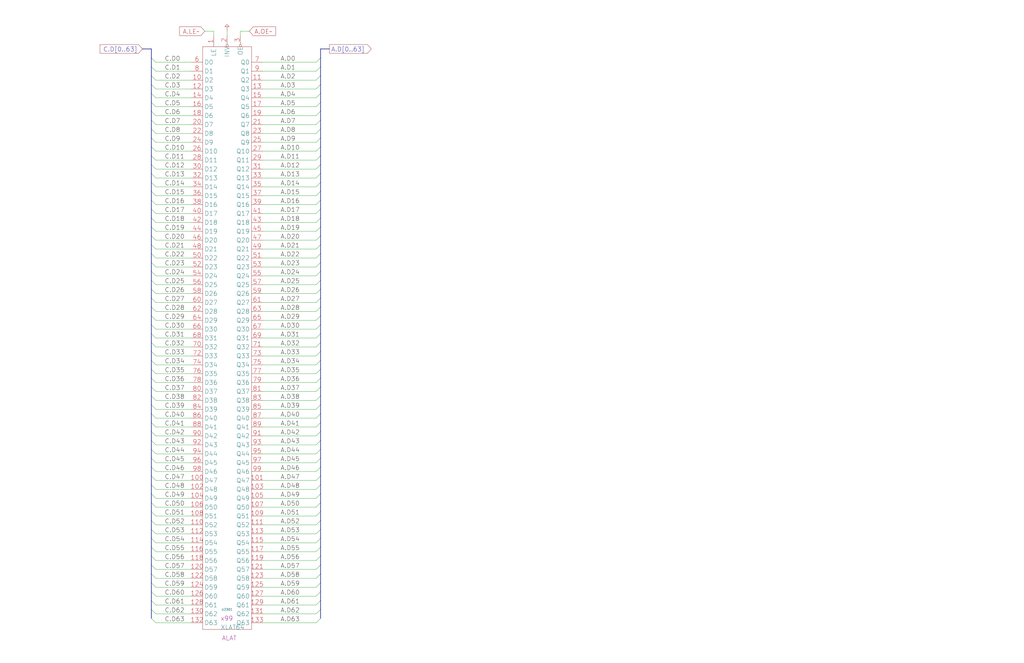
<source format=kicad_sch>
(kicad_sch (version 20211123) (generator eeschema)
  (paper "User" 584.2 378.46)
  (title_block (title "A LATCH") (date "15-MAR-90") (rev "1.0") (comment 1 "TYPE") (comment 2 "232-003062") (comment 3 "S400") (comment 4 "RELEASED"))
  (lib_symbols
    (symbol "r1000:PU" (power) (pin_numbers hide) (pin_names hide)
      (symbol "PU_0_1"
        (polyline (pts (xy 0 2.54) (xy -1.27 2.54) (xy 0 3.81) (xy 1.27 2.54) (xy 0 2.54)) (stroke (width 0.1524)))
      )
      (symbol "PU_1_1"
        (pin power_in line (at 0 0 90) (length 2.54) (name "PU") (number "1"))
      )
    )
    (symbol "r1000:XLAT64" (pin_names (offset 1.016))
      (property "Reference" "U" (at 2.54 5.08 0))
      (property "Value" "XLAT64" (at -1.27 -5.08 0))
      (property "Location" "___" (at -1.27 0 0))
      (property "Name" "______" (at 3.81 -12.7 0))
      (symbol "XLAT64_1_1"
        (rectangle (start -11.43 326.39) (end 16.51 -6.35))
        (circle (center 2.54 327.025) (radius 0.635))
        (circle (center 10.16 327.025) (radius 0.635))
        (pin input line (at -5.08 332.74 270) (length 6.35) (name "LE") (number "1"))
        (pin input line (at -17.78 307.34 0) (length 6.35) (name "D2") (number "10"))
        (pin input line (at -17.78 78.74 0) (length 6.35) (name "D47") (number "100"))
        (pin tri_state line (at 22.86 78.74 180) (length 6.35) (name "Q47") (number "101"))
        (pin input line (at -17.78 73.66 0) (length 6.35) (name "D48") (number "102"))
        (pin tri_state line (at 22.86 73.66 180) (length 6.35) (name "Q48") (number "103"))
        (pin input line (at -17.78 68.58 0) (length 6.35) (name "D49") (number "104"))
        (pin tri_state line (at 22.86 68.58 180) (length 6.35) (name "Q49") (number "105"))
        (pin input line (at -17.78 63.5 0) (length 6.35) (name "D50") (number "106"))
        (pin tri_state line (at 22.86 63.5 180) (length 6.35) (name "Q50") (number "107"))
        (pin input line (at -17.78 58.42 0) (length 6.35) (name "D51") (number "108"))
        (pin tri_state line (at 22.86 58.42 180) (length 6.35) (name "Q51") (number "109"))
        (pin tri_state line (at 22.86 307.34 180) (length 6.35) (name "Q2") (number "11"))
        (pin input line (at -17.78 53.34 0) (length 6.35) (name "D52") (number "110"))
        (pin tri_state line (at 22.86 53.34 180) (length 6.35) (name "Q52") (number "111"))
        (pin input line (at -17.78 48.26 0) (length 6.35) (name "D53") (number "112"))
        (pin tri_state line (at 22.86 48.26 180) (length 6.35) (name "Q53") (number "113"))
        (pin input line (at -17.78 43.18 0) (length 6.35) (name "D54") (number "114"))
        (pin tri_state line (at 22.86 43.18 180) (length 6.35) (name "Q54") (number "115"))
        (pin input line (at -17.78 38.1 0) (length 6.35) (name "D55") (number "116"))
        (pin tri_state line (at 22.86 38.1 180) (length 6.35) (name "Q55") (number "117"))
        (pin input line (at -17.78 33.02 0) (length 6.35) (name "D56") (number "118"))
        (pin tri_state line (at 22.86 33.02 180) (length 6.35) (name "Q56") (number "119"))
        (pin input line (at -17.78 302.26 0) (length 6.35) (name "D3") (number "12"))
        (pin input line (at -17.78 27.94 0) (length 6.35) (name "D57") (number "120"))
        (pin tri_state line (at 22.86 27.94 180) (length 6.35) (name "Q57") (number "121"))
        (pin input line (at -17.78 22.86 0) (length 6.35) (name "D58") (number "122"))
        (pin tri_state line (at 22.86 22.86 180) (length 6.35) (name "Q58") (number "123"))
        (pin input line (at -17.78 17.78 0) (length 6.35) (name "D59") (number "124"))
        (pin tri_state line (at 22.86 17.78 180) (length 6.35) (name "Q59") (number "125"))
        (pin input line (at -17.78 12.7 0) (length 6.35) (name "D60") (number "126"))
        (pin tri_state line (at 22.86 12.7 180) (length 6.35) (name "Q60") (number "127"))
        (pin input line (at -17.78 7.62 0) (length 6.35) (name "D61") (number "128"))
        (pin tri_state line (at 22.86 7.62 180) (length 6.35) (name "Q61") (number "129"))
        (pin tri_state line (at 22.86 302.26 180) (length 6.35) (name "Q3") (number "13"))
        (pin input line (at -17.78 2.54 0) (length 6.35) (name "D62") (number "130"))
        (pin tri_state line (at 22.86 2.54 180) (length 6.35) (name "Q62") (number "131"))
        (pin input line (at -17.78 -2.54 0) (length 6.35) (name "D63") (number "132"))
        (pin tri_state line (at 22.86 -2.54 180) (length 6.35) (name "Q63") (number "133"))
        (pin input line (at -17.78 297.18 0) (length 6.35) (name "D4") (number "14"))
        (pin tri_state line (at 22.86 297.18 180) (length 6.35) (name "Q4") (number "15"))
        (pin input line (at -17.78 292.1 0) (length 6.35) (name "D5") (number "16"))
        (pin tri_state line (at 22.86 292.1 180) (length 6.35) (name "Q5") (number "17"))
        (pin input line (at -17.78 287.02 0) (length 6.35) (name "D6") (number "18"))
        (pin tri_state line (at 22.86 287.02 180) (length 6.35) (name "Q6") (number "19"))
        (pin input line (at 2.54 332.74 270) (length 5.08) (name "INV") (number "2"))
        (pin input line (at -17.78 281.94 0) (length 6.35) (name "D7") (number "20"))
        (pin tri_state line (at 22.86 281.94 180) (length 6.35) (name "Q7") (number "21"))
        (pin input line (at -17.78 276.86 0) (length 6.35) (name "D8") (number "22"))
        (pin tri_state line (at 22.86 276.86 180) (length 6.35) (name "Q8") (number "23"))
        (pin input line (at -17.78 271.78 0) (length 6.35) (name "D9") (number "24"))
        (pin tri_state line (at 22.86 271.78 180) (length 6.35) (name "Q9") (number "25"))
        (pin input line (at -17.78 266.7 0) (length 6.35) (name "D10") (number "26"))
        (pin tri_state line (at 22.86 266.7 180) (length 6.35) (name "Q10") (number "27"))
        (pin input line (at -17.78 261.62 0) (length 6.35) (name "D11") (number "28"))
        (pin tri_state line (at 22.86 261.62 180) (length 6.35) (name "Q11") (number "29"))
        (pin input line (at 10.16 332.74 270) (length 5.08) (name "OE") (number "3"))
        (pin input line (at -17.78 256.54 0) (length 6.35) (name "D12") (number "30"))
        (pin tri_state line (at 22.86 256.54 180) (length 6.35) (name "Q12") (number "31"))
        (pin input line (at -17.78 251.46 0) (length 6.35) (name "D13") (number "32"))
        (pin tri_state line (at 22.86 251.46 180) (length 6.35) (name "Q13") (number "33"))
        (pin input line (at -17.78 246.38 0) (length 6.35) (name "D14") (number "34"))
        (pin tri_state line (at 22.86 246.38 180) (length 6.35) (name "Q14") (number "35"))
        (pin input line (at -17.78 241.3 0) (length 6.35) (name "D15") (number "36"))
        (pin tri_state line (at 22.86 241.3 180) (length 6.35) (name "Q15") (number "37"))
        (pin input line (at -17.78 236.22 0) (length 6.35) (name "D16") (number "38"))
        (pin tri_state line (at 22.86 236.22 180) (length 6.35) (name "Q16") (number "39"))
        (pin input line (at -17.78 231.14 0) (length 6.35) (name "D17") (number "40"))
        (pin tri_state line (at 22.86 231.14 180) (length 6.35) (name "Q17") (number "41"))
        (pin input line (at -17.78 226.06 0) (length 6.35) (name "D18") (number "42"))
        (pin tri_state line (at 22.86 226.06 180) (length 6.35) (name "Q18") (number "43"))
        (pin input line (at -17.78 220.98 0) (length 6.35) (name "D19") (number "44"))
        (pin tri_state line (at 22.86 220.98 180) (length 6.35) (name "Q19") (number "45"))
        (pin input line (at -17.78 215.9 0) (length 6.35) (name "D20") (number "46"))
        (pin tri_state line (at 22.86 215.9 180) (length 6.35) (name "Q20") (number "47"))
        (pin input line (at -17.78 210.82 0) (length 6.35) (name "D21") (number "48"))
        (pin tri_state line (at 22.86 210.82 180) (length 6.35) (name "Q21") (number "49"))
        (pin input line (at -17.78 205.74 0) (length 6.35) (name "D22") (number "50"))
        (pin tri_state line (at 22.86 205.74 180) (length 6.35) (name "Q22") (number "51"))
        (pin input line (at -17.78 200.66 0) (length 6.35) (name "D23") (number "52"))
        (pin tri_state line (at 22.86 200.66 180) (length 6.35) (name "Q23") (number "53"))
        (pin input line (at -17.78 195.58 0) (length 6.35) (name "D24") (number "54"))
        (pin tri_state line (at 22.86 195.58 180) (length 6.35) (name "Q24") (number "55"))
        (pin input line (at -17.78 190.5 0) (length 6.35) (name "D25") (number "56"))
        (pin tri_state line (at 22.86 190.5 180) (length 6.35) (name "Q25") (number "57"))
        (pin input line (at -17.78 185.42 0) (length 6.35) (name "D26") (number "58"))
        (pin tri_state line (at 22.86 185.42 180) (length 6.35) (name "Q26") (number "59"))
        (pin input line (at -17.78 317.5 0) (length 6.35) (name "D0") (number "6"))
        (pin input line (at -17.78 180.34 0) (length 6.35) (name "D27") (number "60"))
        (pin tri_state line (at 22.86 180.34 180) (length 6.35) (name "Q27") (number "61"))
        (pin input line (at -17.78 175.26 0) (length 6.35) (name "D28") (number "62"))
        (pin tri_state line (at 22.86 175.26 180) (length 6.35) (name "Q28") (number "63"))
        (pin input line (at -17.78 170.18 0) (length 6.35) (name "D29") (number "64"))
        (pin tri_state line (at 22.86 170.18 180) (length 6.35) (name "Q29") (number "65"))
        (pin input line (at -17.78 165.1 0) (length 6.35) (name "D30") (number "66"))
        (pin tri_state line (at 22.86 165.1 180) (length 6.35) (name "Q30") (number "67"))
        (pin input line (at -17.78 160.02 0) (length 6.35) (name "D31") (number "68"))
        (pin tri_state line (at 22.86 160.02 180) (length 6.35) (name "Q31") (number "69"))
        (pin tri_state line (at 22.86 317.5 180) (length 6.35) (name "Q0") (number "7"))
        (pin input line (at -17.78 154.94 0) (length 6.35) (name "D32") (number "70"))
        (pin tri_state line (at 22.86 154.94 180) (length 6.35) (name "Q32") (number "71"))
        (pin input line (at -17.78 149.86 0) (length 6.35) (name "D33") (number "72"))
        (pin tri_state line (at 22.86 149.86 180) (length 6.35) (name "Q33") (number "73"))
        (pin input line (at -17.78 144.78 0) (length 6.35) (name "D34") (number "74"))
        (pin tri_state line (at 22.86 144.78 180) (length 6.35) (name "Q34") (number "75"))
        (pin input line (at -17.78 139.7 0) (length 6.35) (name "D35") (number "76"))
        (pin tri_state line (at 22.86 139.7 180) (length 6.35) (name "Q35") (number "77"))
        (pin input line (at -17.78 134.62 0) (length 6.35) (name "D36") (number "78"))
        (pin tri_state line (at 22.86 134.62 180) (length 6.35) (name "Q36") (number "79"))
        (pin input line (at -17.78 312.42 0) (length 6.35) (name "D1") (number "8"))
        (pin input line (at -17.78 129.54 0) (length 6.35) (name "D37") (number "80"))
        (pin tri_state line (at 22.86 129.54 180) (length 6.35) (name "Q37") (number "81"))
        (pin input line (at -17.78 124.46 0) (length 6.35) (name "D38") (number "82"))
        (pin tri_state line (at 22.86 124.46 180) (length 6.35) (name "Q38") (number "83"))
        (pin input line (at -17.78 119.38 0) (length 6.35) (name "D39") (number "84"))
        (pin tri_state line (at 22.86 119.38 180) (length 6.35) (name "Q39") (number "85"))
        (pin input line (at -17.78 114.3 0) (length 6.35) (name "D40") (number "86"))
        (pin tri_state line (at 22.86 114.3 180) (length 6.35) (name "Q40") (number "87"))
        (pin input line (at -17.78 109.22 0) (length 6.35) (name "D41") (number "88"))
        (pin tri_state line (at 22.86 109.22 180) (length 6.35) (name "Q41") (number "89"))
        (pin tri_state line (at 22.86 312.42 180) (length 6.35) (name "Q1") (number "9"))
        (pin input line (at -17.78 104.14 0) (length 6.35) (name "D42") (number "90"))
        (pin tri_state line (at 22.86 104.14 180) (length 6.35) (name "Q42") (number "91"))
        (pin input line (at -17.78 99.06 0) (length 6.35) (name "D43") (number "92"))
        (pin tri_state line (at 22.86 99.06 180) (length 6.35) (name "Q43") (number "93"))
        (pin input line (at -17.78 93.98 0) (length 6.35) (name "D44") (number "94"))
        (pin tri_state line (at 22.86 93.98 180) (length 6.35) (name "Q44") (number "95"))
        (pin input line (at -17.78 88.9 0) (length 6.35) (name "D45") (number "96"))
        (pin tri_state line (at 22.86 88.9 180) (length 6.35) (name "Q45") (number "97"))
        (pin input line (at -17.78 83.82 0) (length 6.35) (name "D46") (number "98"))
        (pin tri_state line (at 22.86 83.82 180) (length 6.35) (name "Q46") (number "99"))
      )
    )
  )
  (bus (pts (xy 182.88 104.14) (xy 182.88 109.22)))
  (bus (pts (xy 182.88 109.22) (xy 182.88 114.3)))
  (bus (pts (xy 182.88 114.3) (xy 182.88 119.38)))
  (bus (pts (xy 182.88 119.38) (xy 182.88 124.46)))
  (bus (pts (xy 182.88 124.46) (xy 182.88 129.54)))
  (bus (pts (xy 182.88 129.54) (xy 182.88 134.62)))
  (bus (pts (xy 182.88 134.62) (xy 182.88 139.7)))
  (bus (pts (xy 182.88 139.7) (xy 182.88 144.78)))
  (bus (pts (xy 182.88 144.78) (xy 182.88 149.86)))
  (bus (pts (xy 182.88 149.86) (xy 182.88 154.94)))
  (bus (pts (xy 182.88 154.94) (xy 182.88 160.02)))
  (bus (pts (xy 182.88 160.02) (xy 182.88 165.1)))
  (bus (pts (xy 182.88 165.1) (xy 182.88 170.18)))
  (bus (pts (xy 182.88 170.18) (xy 182.88 175.26)))
  (bus (pts (xy 182.88 175.26) (xy 182.88 180.34)))
  (bus (pts (xy 182.88 180.34) (xy 182.88 185.42)))
  (bus (pts (xy 182.88 185.42) (xy 182.88 190.5)))
  (bus (pts (xy 182.88 190.5) (xy 182.88 195.58)))
  (bus (pts (xy 182.88 195.58) (xy 182.88 200.66)))
  (bus (pts (xy 182.88 200.66) (xy 182.88 205.74)))
  (bus (pts (xy 182.88 205.74) (xy 182.88 210.82)))
  (bus (pts (xy 182.88 210.82) (xy 182.88 215.9)))
  (bus (pts (xy 182.88 215.9) (xy 182.88 220.98)))
  (bus (pts (xy 182.88 220.98) (xy 182.88 226.06)))
  (bus (pts (xy 182.88 226.06) (xy 182.88 231.14)))
  (bus (pts (xy 182.88 231.14) (xy 182.88 236.22)))
  (bus (pts (xy 182.88 236.22) (xy 182.88 241.3)))
  (bus (pts (xy 182.88 241.3) (xy 182.88 246.38)))
  (bus (pts (xy 182.88 246.38) (xy 182.88 251.46)))
  (bus (pts (xy 182.88 251.46) (xy 182.88 256.54)))
  (bus (pts (xy 182.88 256.54) (xy 182.88 261.62)))
  (bus (pts (xy 182.88 261.62) (xy 182.88 266.7)))
  (bus (pts (xy 182.88 266.7) (xy 182.88 271.78)))
  (bus (pts (xy 182.88 27.94) (xy 182.88 33.02)))
  (bus (pts (xy 182.88 271.78) (xy 182.88 276.86)))
  (bus (pts (xy 182.88 276.86) (xy 182.88 281.94)))
  (bus (pts (xy 182.88 281.94) (xy 182.88 287.02)))
  (bus (pts (xy 182.88 287.02) (xy 182.88 292.1)))
  (bus (pts (xy 182.88 292.1) (xy 182.88 297.18)))
  (bus (pts (xy 182.88 297.18) (xy 182.88 302.26)))
  (bus (pts (xy 182.88 302.26) (xy 182.88 307.34)))
  (bus (pts (xy 182.88 307.34) (xy 182.88 312.42)))
  (bus (pts (xy 182.88 312.42) (xy 182.88 317.5)))
  (bus (pts (xy 182.88 317.5) (xy 182.88 322.58)))
  (bus (pts (xy 182.88 322.58) (xy 182.88 327.66)))
  (bus (pts (xy 182.88 327.66) (xy 182.88 332.74)))
  (bus (pts (xy 182.88 33.02) (xy 182.88 38.1)))
  (bus (pts (xy 182.88 332.74) (xy 182.88 337.82)))
  (bus (pts (xy 182.88 337.82) (xy 182.88 342.9)))
  (bus (pts (xy 182.88 342.9) (xy 182.88 347.98)))
  (bus (pts (xy 182.88 347.98) (xy 182.88 353.06)))
  (bus (pts (xy 182.88 38.1) (xy 182.88 43.18)))
  (bus (pts (xy 182.88 43.18) (xy 182.88 48.26)))
  (bus (pts (xy 182.88 48.26) (xy 182.88 53.34)))
  (bus (pts (xy 182.88 53.34) (xy 182.88 58.42)))
  (bus (pts (xy 182.88 58.42) (xy 182.88 63.5)))
  (bus (pts (xy 182.88 63.5) (xy 182.88 68.58)))
  (bus (pts (xy 182.88 68.58) (xy 182.88 73.66)))
  (bus (pts (xy 182.88 73.66) (xy 182.88 78.74)))
  (bus (pts (xy 182.88 78.74) (xy 182.88 83.82)))
  (bus (pts (xy 182.88 83.82) (xy 182.88 88.9)))
  (bus (pts (xy 182.88 88.9) (xy 182.88 93.98)))
  (bus (pts (xy 182.88 93.98) (xy 182.88 99.06)))
  (bus (pts (xy 182.88 99.06) (xy 182.88 104.14)))
  (bus (pts (xy 187.96 27.94) (xy 182.88 27.94)))
  (bus (pts (xy 81.28 27.94) (xy 86.36 27.94)))
  (bus (pts (xy 86.36 104.14) (xy 86.36 109.22)))
  (bus (pts (xy 86.36 109.22) (xy 86.36 114.3)))
  (bus (pts (xy 86.36 114.3) (xy 86.36 119.38)))
  (bus (pts (xy 86.36 119.38) (xy 86.36 124.46)))
  (bus (pts (xy 86.36 124.46) (xy 86.36 129.54)))
  (bus (pts (xy 86.36 129.54) (xy 86.36 134.62)))
  (bus (pts (xy 86.36 134.62) (xy 86.36 139.7)))
  (bus (pts (xy 86.36 139.7) (xy 86.36 144.78)))
  (bus (pts (xy 86.36 144.78) (xy 86.36 149.86)))
  (bus (pts (xy 86.36 149.86) (xy 86.36 154.94)))
  (bus (pts (xy 86.36 154.94) (xy 86.36 160.02)))
  (bus (pts (xy 86.36 160.02) (xy 86.36 165.1)))
  (bus (pts (xy 86.36 165.1) (xy 86.36 170.18)))
  (bus (pts (xy 86.36 170.18) (xy 86.36 175.26)))
  (bus (pts (xy 86.36 175.26) (xy 86.36 180.34)))
  (bus (pts (xy 86.36 180.34) (xy 86.36 185.42)))
  (bus (pts (xy 86.36 185.42) (xy 86.36 190.5)))
  (bus (pts (xy 86.36 190.5) (xy 86.36 195.58)))
  (bus (pts (xy 86.36 195.58) (xy 86.36 200.66)))
  (bus (pts (xy 86.36 200.66) (xy 86.36 205.74)))
  (bus (pts (xy 86.36 205.74) (xy 86.36 210.82)))
  (bus (pts (xy 86.36 210.82) (xy 86.36 215.9)))
  (bus (pts (xy 86.36 215.9) (xy 86.36 220.98)))
  (bus (pts (xy 86.36 220.98) (xy 86.36 226.06)))
  (bus (pts (xy 86.36 226.06) (xy 86.36 231.14)))
  (bus (pts (xy 86.36 231.14) (xy 86.36 236.22)))
  (bus (pts (xy 86.36 236.22) (xy 86.36 241.3)))
  (bus (pts (xy 86.36 241.3) (xy 86.36 246.38)))
  (bus (pts (xy 86.36 246.38) (xy 86.36 251.46)))
  (bus (pts (xy 86.36 251.46) (xy 86.36 256.54)))
  (bus (pts (xy 86.36 256.54) (xy 86.36 261.62)))
  (bus (pts (xy 86.36 261.62) (xy 86.36 266.7)))
  (bus (pts (xy 86.36 266.7) (xy 86.36 271.78)))
  (bus (pts (xy 86.36 27.94) (xy 86.36 33.02)))
  (bus (pts (xy 86.36 271.78) (xy 86.36 276.86)))
  (bus (pts (xy 86.36 276.86) (xy 86.36 281.94)))
  (bus (pts (xy 86.36 281.94) (xy 86.36 287.02)))
  (bus (pts (xy 86.36 287.02) (xy 86.36 292.1)))
  (bus (pts (xy 86.36 292.1) (xy 86.36 297.18)))
  (bus (pts (xy 86.36 297.18) (xy 86.36 302.26)))
  (bus (pts (xy 86.36 302.26) (xy 86.36 307.34)))
  (bus (pts (xy 86.36 307.34) (xy 86.36 312.42)))
  (bus (pts (xy 86.36 312.42) (xy 86.36 317.5)))
  (bus (pts (xy 86.36 317.5) (xy 86.36 322.58)))
  (bus (pts (xy 86.36 322.58) (xy 86.36 327.66)))
  (bus (pts (xy 86.36 327.66) (xy 86.36 332.74)))
  (bus (pts (xy 86.36 33.02) (xy 86.36 38.1)))
  (bus (pts (xy 86.36 332.74) (xy 86.36 337.82)))
  (bus (pts (xy 86.36 337.82) (xy 86.36 342.9)))
  (bus (pts (xy 86.36 342.9) (xy 86.36 347.98)))
  (bus (pts (xy 86.36 347.98) (xy 86.36 353.06)))
  (bus (pts (xy 86.36 38.1) (xy 86.36 43.18)))
  (bus (pts (xy 86.36 43.18) (xy 86.36 48.26)))
  (bus (pts (xy 86.36 48.26) (xy 86.36 53.34)))
  (bus (pts (xy 86.36 53.34) (xy 86.36 58.42)))
  (bus (pts (xy 86.36 58.42) (xy 86.36 63.5)))
  (bus (pts (xy 86.36 63.5) (xy 86.36 68.58)))
  (bus (pts (xy 86.36 68.58) (xy 86.36 73.66)))
  (bus (pts (xy 86.36 73.66) (xy 86.36 78.74)))
  (bus (pts (xy 86.36 78.74) (xy 86.36 83.82)))
  (bus (pts (xy 86.36 83.82) (xy 86.36 88.9)))
  (bus (pts (xy 86.36 88.9) (xy 86.36 93.98)))
  (bus (pts (xy 86.36 93.98) (xy 86.36 99.06)))
  (bus (pts (xy 86.36 99.06) (xy 86.36 104.14)))
  (wire (pts (xy 109.22 101.6) (xy 88.9 101.6)))
  (wire (pts (xy 109.22 106.68) (xy 88.9 106.68)))
  (wire (pts (xy 109.22 111.76) (xy 88.9 111.76)))
  (wire (pts (xy 109.22 116.84) (xy 88.9 116.84)))
  (wire (pts (xy 109.22 121.92) (xy 88.9 121.92)))
  (wire (pts (xy 109.22 127) (xy 88.9 127)))
  (wire (pts (xy 109.22 132.08) (xy 88.9 132.08)))
  (wire (pts (xy 109.22 137.16) (xy 88.9 137.16)))
  (wire (pts (xy 109.22 142.24) (xy 88.9 142.24)))
  (wire (pts (xy 109.22 147.32) (xy 88.9 147.32)))
  (wire (pts (xy 109.22 152.4) (xy 88.9 152.4)))
  (wire (pts (xy 109.22 157.48) (xy 88.9 157.48)))
  (wire (pts (xy 109.22 162.56) (xy 88.9 162.56)))
  (wire (pts (xy 109.22 167.64) (xy 88.9 167.64)))
  (wire (pts (xy 109.22 172.72) (xy 88.9 172.72)))
  (wire (pts (xy 109.22 177.8) (xy 88.9 177.8)))
  (wire (pts (xy 109.22 182.88) (xy 88.9 182.88)))
  (wire (pts (xy 109.22 187.96) (xy 88.9 187.96)))
  (wire (pts (xy 109.22 193.04) (xy 88.9 193.04)))
  (wire (pts (xy 109.22 198.12) (xy 88.9 198.12)))
  (wire (pts (xy 109.22 203.2) (xy 88.9 203.2)))
  (wire (pts (xy 109.22 208.28) (xy 88.9 208.28)))
  (wire (pts (xy 109.22 213.36) (xy 88.9 213.36)))
  (wire (pts (xy 109.22 218.44) (xy 88.9 218.44)))
  (wire (pts (xy 109.22 223.52) (xy 88.9 223.52)))
  (wire (pts (xy 109.22 228.6) (xy 88.9 228.6)))
  (wire (pts (xy 109.22 233.68) (xy 88.9 233.68)))
  (wire (pts (xy 109.22 238.76) (xy 88.9 238.76)))
  (wire (pts (xy 109.22 243.84) (xy 88.9 243.84)))
  (wire (pts (xy 109.22 248.92) (xy 88.9 248.92)))
  (wire (pts (xy 109.22 254) (xy 88.9 254)))
  (wire (pts (xy 109.22 259.08) (xy 88.9 259.08)))
  (wire (pts (xy 109.22 264.16) (xy 88.9 264.16)))
  (wire (pts (xy 109.22 269.24) (xy 88.9 269.24)))
  (wire (pts (xy 109.22 274.32) (xy 88.9 274.32)))
  (wire (pts (xy 109.22 279.4) (xy 88.9 279.4)))
  (wire (pts (xy 109.22 284.48) (xy 88.9 284.48)))
  (wire (pts (xy 109.22 289.56) (xy 88.9 289.56)))
  (wire (pts (xy 109.22 294.64) (xy 88.9 294.64)))
  (wire (pts (xy 109.22 299.72) (xy 88.9 299.72)))
  (wire (pts (xy 109.22 304.8) (xy 88.9 304.8)))
  (wire (pts (xy 109.22 309.88) (xy 88.9 309.88)))
  (wire (pts (xy 109.22 314.96) (xy 88.9 314.96)))
  (wire (pts (xy 109.22 320.04) (xy 88.9 320.04)))
  (wire (pts (xy 109.22 325.12) (xy 88.9 325.12)))
  (wire (pts (xy 109.22 330.2) (xy 88.9 330.2)))
  (wire (pts (xy 109.22 335.28) (xy 88.9 335.28)))
  (wire (pts (xy 109.22 340.36) (xy 88.9 340.36)))
  (wire (pts (xy 109.22 345.44) (xy 88.9 345.44)))
  (wire (pts (xy 109.22 35.56) (xy 88.9 35.56)))
  (wire (pts (xy 109.22 350.52) (xy 88.9 350.52)))
  (wire (pts (xy 109.22 355.6) (xy 88.9 355.6)))
  (wire (pts (xy 109.22 40.64) (xy 88.9 40.64)))
  (wire (pts (xy 109.22 45.72) (xy 88.9 45.72)))
  (wire (pts (xy 109.22 50.8) (xy 88.9 50.8)))
  (wire (pts (xy 109.22 55.88) (xy 88.9 55.88)))
  (wire (pts (xy 109.22 60.96) (xy 88.9 60.96)))
  (wire (pts (xy 109.22 66.04) (xy 88.9 66.04)))
  (wire (pts (xy 109.22 71.12) (xy 88.9 71.12)))
  (wire (pts (xy 109.22 76.2) (xy 88.9 76.2)))
  (wire (pts (xy 109.22 81.28) (xy 88.9 81.28)))
  (wire (pts (xy 109.22 86.36) (xy 88.9 86.36)))
  (wire (pts (xy 109.22 91.44) (xy 88.9 91.44)))
  (wire (pts (xy 109.22 96.52) (xy 88.9 96.52)))
  (wire (pts (xy 116.84 17.78) (xy 121.92 17.78)))
  (wire (pts (xy 121.92 17.78) (xy 121.92 20.32)))
  (wire (pts (xy 129.54 17.78) (xy 129.54 20.32)))
  (wire (pts (xy 137.16 17.78) (xy 137.16 20.32)))
  (wire (pts (xy 142.24 17.78) (xy 137.16 17.78)))
  (wire (pts (xy 149.86 101.6) (xy 180.34 101.6)))
  (wire (pts (xy 149.86 106.68) (xy 180.34 106.68)))
  (wire (pts (xy 149.86 111.76) (xy 180.34 111.76)))
  (wire (pts (xy 149.86 116.84) (xy 180.34 116.84)))
  (wire (pts (xy 149.86 121.92) (xy 180.34 121.92)))
  (wire (pts (xy 149.86 127) (xy 180.34 127)))
  (wire (pts (xy 149.86 132.08) (xy 180.34 132.08)))
  (wire (pts (xy 149.86 137.16) (xy 180.34 137.16)))
  (wire (pts (xy 149.86 142.24) (xy 180.34 142.24)))
  (wire (pts (xy 149.86 147.32) (xy 180.34 147.32)))
  (wire (pts (xy 149.86 152.4) (xy 180.34 152.4)))
  (wire (pts (xy 149.86 157.48) (xy 180.34 157.48)))
  (wire (pts (xy 149.86 162.56) (xy 180.34 162.56)))
  (wire (pts (xy 149.86 167.64) (xy 180.34 167.64)))
  (wire (pts (xy 149.86 172.72) (xy 180.34 172.72)))
  (wire (pts (xy 149.86 177.8) (xy 180.34 177.8)))
  (wire (pts (xy 149.86 182.88) (xy 180.34 182.88)))
  (wire (pts (xy 149.86 187.96) (xy 180.34 187.96)))
  (wire (pts (xy 149.86 193.04) (xy 180.34 193.04)))
  (wire (pts (xy 149.86 198.12) (xy 180.34 198.12)))
  (wire (pts (xy 149.86 203.2) (xy 180.34 203.2)))
  (wire (pts (xy 149.86 208.28) (xy 180.34 208.28)))
  (wire (pts (xy 149.86 213.36) (xy 180.34 213.36)))
  (wire (pts (xy 149.86 218.44) (xy 180.34 218.44)))
  (wire (pts (xy 149.86 223.52) (xy 180.34 223.52)))
  (wire (pts (xy 149.86 228.6) (xy 180.34 228.6)))
  (wire (pts (xy 149.86 233.68) (xy 180.34 233.68)))
  (wire (pts (xy 149.86 238.76) (xy 180.34 238.76)))
  (wire (pts (xy 149.86 243.84) (xy 180.34 243.84)))
  (wire (pts (xy 149.86 248.92) (xy 180.34 248.92)))
  (wire (pts (xy 149.86 254) (xy 180.34 254)))
  (wire (pts (xy 149.86 259.08) (xy 180.34 259.08)))
  (wire (pts (xy 149.86 264.16) (xy 180.34 264.16)))
  (wire (pts (xy 149.86 269.24) (xy 180.34 269.24)))
  (wire (pts (xy 149.86 274.32) (xy 180.34 274.32)))
  (wire (pts (xy 149.86 279.4) (xy 180.34 279.4)))
  (wire (pts (xy 149.86 284.48) (xy 180.34 284.48)))
  (wire (pts (xy 149.86 289.56) (xy 180.34 289.56)))
  (wire (pts (xy 149.86 294.64) (xy 180.34 294.64)))
  (wire (pts (xy 149.86 299.72) (xy 180.34 299.72)))
  (wire (pts (xy 149.86 304.8) (xy 180.34 304.8)))
  (wire (pts (xy 149.86 309.88) (xy 180.34 309.88)))
  (wire (pts (xy 149.86 314.96) (xy 180.34 314.96)))
  (wire (pts (xy 149.86 320.04) (xy 180.34 320.04)))
  (wire (pts (xy 149.86 325.12) (xy 180.34 325.12)))
  (wire (pts (xy 149.86 330.2) (xy 180.34 330.2)))
  (wire (pts (xy 149.86 335.28) (xy 180.34 335.28)))
  (wire (pts (xy 149.86 340.36) (xy 180.34 340.36)))
  (wire (pts (xy 149.86 345.44) (xy 180.34 345.44)))
  (wire (pts (xy 149.86 35.56) (xy 180.34 35.56)))
  (wire (pts (xy 149.86 350.52) (xy 180.34 350.52)))
  (wire (pts (xy 149.86 355.6) (xy 180.34 355.6)))
  (wire (pts (xy 149.86 40.64) (xy 180.34 40.64)))
  (wire (pts (xy 149.86 45.72) (xy 180.34 45.72)))
  (wire (pts (xy 149.86 50.8) (xy 180.34 50.8)))
  (wire (pts (xy 149.86 55.88) (xy 180.34 55.88)))
  (wire (pts (xy 149.86 60.96) (xy 180.34 60.96)))
  (wire (pts (xy 149.86 66.04) (xy 180.34 66.04)))
  (wire (pts (xy 149.86 71.12) (xy 180.34 71.12)))
  (wire (pts (xy 149.86 76.2) (xy 180.34 76.2)))
  (wire (pts (xy 149.86 81.28) (xy 180.34 81.28)))
  (wire (pts (xy 149.86 86.36) (xy 180.34 86.36)))
  (wire (pts (xy 149.86 91.44) (xy 180.34 91.44)))
  (wire (pts (xy 149.86 96.52) (xy 180.34 96.52)))
  (global_label "C.D[0..63]" (shape input) (at 81.28 27.94 180) (effects (font (size 2.54 2.54))) (property "Intersheet References" "${INTERSHEET_REFS}" (at 57.1016 27.7813 0) (effects (font (size 2.54 2.54)) (justify right))))
  (bus_entry (at 86.36 33.02) (size 2.54 2.54))
  (bus_entry (at 86.36 38.1) (size 2.54 2.54))
  (bus_entry (at 86.36 43.18) (size 2.54 2.54))
  (bus_entry (at 86.36 48.26) (size 2.54 2.54))
  (bus_entry (at 86.36 53.34) (size 2.54 2.54))
  (bus_entry (at 86.36 58.42) (size 2.54 2.54))
  (bus_entry (at 86.36 63.5) (size 2.54 2.54))
  (bus_entry (at 86.36 68.58) (size 2.54 2.54))
  (bus_entry (at 86.36 73.66) (size 2.54 2.54))
  (bus_entry (at 86.36 78.74) (size 2.54 2.54))
  (bus_entry (at 86.36 83.82) (size 2.54 2.54))
  (bus_entry (at 86.36 88.9) (size 2.54 2.54))
  (bus_entry (at 86.36 93.98) (size 2.54 2.54))
  (bus_entry (at 86.36 99.06) (size 2.54 2.54))
  (bus_entry (at 86.36 104.14) (size 2.54 2.54))
  (bus_entry (at 86.36 109.22) (size 2.54 2.54))
  (bus_entry (at 86.36 114.3) (size 2.54 2.54))
  (bus_entry (at 86.36 119.38) (size 2.54 2.54))
  (bus_entry (at 86.36 124.46) (size 2.54 2.54))
  (bus_entry (at 86.36 129.54) (size 2.54 2.54))
  (bus_entry (at 86.36 134.62) (size 2.54 2.54))
  (bus_entry (at 86.36 139.7) (size 2.54 2.54))
  (bus_entry (at 86.36 144.78) (size 2.54 2.54))
  (bus_entry (at 86.36 149.86) (size 2.54 2.54))
  (bus_entry (at 86.36 154.94) (size 2.54 2.54))
  (bus_entry (at 86.36 160.02) (size 2.54 2.54))
  (bus_entry (at 86.36 165.1) (size 2.54 2.54))
  (bus_entry (at 86.36 170.18) (size 2.54 2.54))
  (bus_entry (at 86.36 175.26) (size 2.54 2.54))
  (bus_entry (at 86.36 180.34) (size 2.54 2.54))
  (bus_entry (at 86.36 185.42) (size 2.54 2.54))
  (bus_entry (at 86.36 190.5) (size 2.54 2.54))
  (bus_entry (at 86.36 195.58) (size 2.54 2.54))
  (bus_entry (at 86.36 200.66) (size 2.54 2.54))
  (bus_entry (at 86.36 205.74) (size 2.54 2.54))
  (bus_entry (at 86.36 210.82) (size 2.54 2.54))
  (bus_entry (at 86.36 215.9) (size 2.54 2.54))
  (bus_entry (at 86.36 220.98) (size 2.54 2.54))
  (bus_entry (at 86.36 226.06) (size 2.54 2.54))
  (bus_entry (at 86.36 231.14) (size 2.54 2.54))
  (bus_entry (at 86.36 236.22) (size 2.54 2.54))
  (bus_entry (at 86.36 241.3) (size 2.54 2.54))
  (bus_entry (at 86.36 246.38) (size 2.54 2.54))
  (bus_entry (at 86.36 251.46) (size 2.54 2.54))
  (bus_entry (at 86.36 256.54) (size 2.54 2.54))
  (bus_entry (at 86.36 261.62) (size 2.54 2.54))
  (bus_entry (at 86.36 266.7) (size 2.54 2.54))
  (bus_entry (at 86.36 271.78) (size 2.54 2.54))
  (bus_entry (at 86.36 276.86) (size 2.54 2.54))
  (bus_entry (at 86.36 281.94) (size 2.54 2.54))
  (bus_entry (at 86.36 287.02) (size 2.54 2.54))
  (bus_entry (at 86.36 292.1) (size 2.54 2.54))
  (bus_entry (at 86.36 297.18) (size 2.54 2.54))
  (bus_entry (at 86.36 302.26) (size 2.54 2.54))
  (bus_entry (at 86.36 307.34) (size 2.54 2.54))
  (bus_entry (at 86.36 312.42) (size 2.54 2.54))
  (bus_entry (at 86.36 317.5) (size 2.54 2.54))
  (bus_entry (at 86.36 322.58) (size 2.54 2.54))
  (bus_entry (at 86.36 327.66) (size 2.54 2.54))
  (bus_entry (at 86.36 332.74) (size 2.54 2.54))
  (bus_entry (at 86.36 337.82) (size 2.54 2.54))
  (bus_entry (at 86.36 342.9) (size 2.54 2.54))
  (bus_entry (at 86.36 347.98) (size 2.54 2.54))
  (bus_entry (at 86.36 353.06) (size 2.54 2.54))
  (label "C.D0" (at 93.98 35.56 0) (effects (font (size 2.54 2.54))))
  (label "C.D1" (at 93.98 40.64 0) (effects (font (size 2.54 2.54))))
  (label "C.D2" (at 93.98 45.72 0) (effects (font (size 2.54 2.54))))
  (label "C.D3" (at 93.98 50.8 0) (effects (font (size 2.54 2.54))))
  (label "C.D4" (at 93.98 55.88 0) (effects (font (size 2.54 2.54))))
  (label "C.D5" (at 93.98 60.96 0) (effects (font (size 2.54 2.54))))
  (label "C.D6" (at 93.98 66.04 0) (effects (font (size 2.54 2.54))))
  (label "C.D7" (at 93.98 71.12 0) (effects (font (size 2.54 2.54))))
  (label "C.D8" (at 93.98 76.2 0) (effects (font (size 2.54 2.54))))
  (label "C.D9" (at 93.98 81.28 0) (effects (font (size 2.54 2.54))))
  (label "C.D10" (at 93.98 86.36 0) (effects (font (size 2.54 2.54))))
  (label "C.D11" (at 93.98 91.44 0) (effects (font (size 2.54 2.54))))
  (label "C.D12" (at 93.98 96.52 0) (effects (font (size 2.54 2.54))))
  (label "C.D13" (at 93.98 101.6 0) (effects (font (size 2.54 2.54))))
  (label "C.D14" (at 93.98 106.68 0) (effects (font (size 2.54 2.54))))
  (label "C.D15" (at 93.98 111.76 0) (effects (font (size 2.54 2.54))))
  (label "C.D16" (at 93.98 116.84 0) (effects (font (size 2.54 2.54))))
  (label "C.D17" (at 93.98 121.92 0) (effects (font (size 2.54 2.54))))
  (label "C.D18" (at 93.98 127 0) (effects (font (size 2.54 2.54))))
  (label "C.D19" (at 93.98 132.08 0) (effects (font (size 2.54 2.54))))
  (label "C.D20" (at 93.98 137.16 0) (effects (font (size 2.54 2.54))))
  (label "C.D21" (at 93.98 142.24 0) (effects (font (size 2.54 2.54))))
  (label "C.D22" (at 93.98 147.32 0) (effects (font (size 2.54 2.54))))
  (label "C.D23" (at 93.98 152.4 0) (effects (font (size 2.54 2.54))))
  (label "C.D24" (at 93.98 157.48 0) (effects (font (size 2.54 2.54))))
  (label "C.D25" (at 93.98 162.56 0) (effects (font (size 2.54 2.54))))
  (label "C.D26" (at 93.98 167.64 0) (effects (font (size 2.54 2.54))))
  (label "C.D27" (at 93.98 172.72 0) (effects (font (size 2.54 2.54))))
  (label "C.D28" (at 93.98 177.8 0) (effects (font (size 2.54 2.54))))
  (label "C.D29" (at 93.98 182.88 0) (effects (font (size 2.54 2.54))))
  (label "C.D30" (at 93.98 187.96 0) (effects (font (size 2.54 2.54))))
  (label "C.D31" (at 93.98 193.04 0) (effects (font (size 2.54 2.54))))
  (label "C.D32" (at 93.98 198.12 0) (effects (font (size 2.54 2.54))))
  (label "C.D33" (at 93.98 203.2 0) (effects (font (size 2.54 2.54))))
  (label "C.D34" (at 93.98 208.28 0) (effects (font (size 2.54 2.54))))
  (label "C.D35" (at 93.98 213.36 0) (effects (font (size 2.54 2.54))))
  (label "C.D36" (at 93.98 218.44 0) (effects (font (size 2.54 2.54))))
  (label "C.D37" (at 93.98 223.52 0) (effects (font (size 2.54 2.54))))
  (label "C.D38" (at 93.98 228.6 0) (effects (font (size 2.54 2.54))))
  (label "C.D39" (at 93.98 233.68 0) (effects (font (size 2.54 2.54))))
  (label "C.D40" (at 93.98 238.76 0) (effects (font (size 2.54 2.54))))
  (label "C.D41" (at 93.98 243.84 0) (effects (font (size 2.54 2.54))))
  (label "C.D42" (at 93.98 248.92 0) (effects (font (size 2.54 2.54))))
  (label "C.D43" (at 93.98 254 0) (effects (font (size 2.54 2.54))))
  (label "C.D44" (at 93.98 259.08 0) (effects (font (size 2.54 2.54))))
  (label "C.D45" (at 93.98 264.16 0) (effects (font (size 2.54 2.54))))
  (label "C.D46" (at 93.98 269.24 0) (effects (font (size 2.54 2.54))))
  (label "C.D47" (at 93.98 274.32 0) (effects (font (size 2.54 2.54))))
  (label "C.D48" (at 93.98 279.4 0) (effects (font (size 2.54 2.54))))
  (label "C.D49" (at 93.98 284.48 0) (effects (font (size 2.54 2.54))))
  (label "C.D50" (at 93.98 289.56 0) (effects (font (size 2.54 2.54))))
  (label "C.D51" (at 93.98 294.64 0) (effects (font (size 2.54 2.54))))
  (label "C.D52" (at 93.98 299.72 0) (effects (font (size 2.54 2.54))))
  (label "C.D53" (at 93.98 304.8 0) (effects (font (size 2.54 2.54))))
  (label "C.D54" (at 93.98 309.88 0) (effects (font (size 2.54 2.54))))
  (label "C.D55" (at 93.98 314.96 0) (effects (font (size 2.54 2.54))))
  (label "C.D56" (at 93.98 320.04 0) (effects (font (size 2.54 2.54))))
  (label "C.D57" (at 93.98 325.12 0) (effects (font (size 2.54 2.54))))
  (label "C.D58" (at 93.98 330.2 0) (effects (font (size 2.54 2.54))))
  (label "C.D59" (at 93.98 335.28 0) (effects (font (size 2.54 2.54))))
  (label "C.D60" (at 93.98 340.36 0) (effects (font (size 2.54 2.54))))
  (label "C.D61" (at 93.98 345.44 0) (effects (font (size 2.54 2.54))))
  (label "C.D62" (at 93.98 350.52 0) (effects (font (size 2.54 2.54))))
  (label "C.D63" (at 93.98 355.6 0) (effects (font (size 2.54 2.54))))
  (global_label "A.LE~" (shape input) (at 116.84 17.78 180) (effects (font (size 2.54 2.54))) (property "Intersheet References" "${INTERSHEET_REFS}" (at 102.4588 17.6213 0) (effects (font (size 2.54 2.54)) (justify right))))
  (symbol (lib_id "r1000:XLAT64") (at 127 353.06 0) (unit 1)
    (property "Reference" "U2301" (at 129.54 347.98 0))
    (property "Value" "XLAT64" (at 125.73 358.14 0) (effects (font (size 2.54 2.54)) (justify left)))
    (property "Location" "x99" (at 125.73 353.06 0) (effects (font (size 2.54 2.54)) (justify left)))
    (property "Name" "ALAT" (at 130.81 365.76 0) (effects (font (size 2.54 2.54)) (justify bottom)))
  )
  (symbol (lib_id "r1000:PU") (at 129.54 17.78 0) (unit 1)
    (property "Reference" "#PWR0126" (effects hide))
    (property "Value" "PU" (effects hide))
  )
  (global_label "A.OE~" (shape input) (at 142.24 17.78 0) (effects (font (size 2.54 2.54))) (property "Intersheet References" "${INTERSHEET_REFS}" (at 157.226 17.6213 0) (effects (font (size 2.54 2.54)) (justify left))))
  (label "A.D0" (at 160.02 35.56 0) (effects (font (size 2.54 2.54))))
  (label "A.D1" (at 160.02 40.64 0) (effects (font (size 2.54 2.54))))
  (label "A.D2" (at 160.02 45.72 0) (effects (font (size 2.54 2.54))))
  (label "A.D3" (at 160.02 50.8 0) (effects (font (size 2.54 2.54))))
  (label "A.D4" (at 160.02 55.88 0) (effects (font (size 2.54 2.54))))
  (label "A.D5" (at 160.02 60.96 0) (effects (font (size 2.54 2.54))))
  (label "A.D6" (at 160.02 66.04 0) (effects (font (size 2.54 2.54))))
  (label "A.D7" (at 160.02 71.12 0) (effects (font (size 2.54 2.54))))
  (label "A.D8" (at 160.02 76.2 0) (effects (font (size 2.54 2.54))))
  (label "A.D9" (at 160.02 81.28 0) (effects (font (size 2.54 2.54))))
  (label "A.D10" (at 160.02 86.36 0) (effects (font (size 2.54 2.54))))
  (label "A.D11" (at 160.02 91.44 0) (effects (font (size 2.54 2.54))))
  (label "A.D12" (at 160.02 96.52 0) (effects (font (size 2.54 2.54))))
  (label "A.D13" (at 160.02 101.6 0) (effects (font (size 2.54 2.54))))
  (label "A.D14" (at 160.02 106.68 0) (effects (font (size 2.54 2.54))))
  (label "A.D15" (at 160.02 111.76 0) (effects (font (size 2.54 2.54))))
  (label "A.D16" (at 160.02 116.84 0) (effects (font (size 2.54 2.54))))
  (label "A.D17" (at 160.02 121.92 0) (effects (font (size 2.54 2.54))))
  (label "A.D18" (at 160.02 127 0) (effects (font (size 2.54 2.54))))
  (label "A.D19" (at 160.02 132.08 0) (effects (font (size 2.54 2.54))))
  (label "A.D20" (at 160.02 137.16 0) (effects (font (size 2.54 2.54))))
  (label "A.D21" (at 160.02 142.24 0) (effects (font (size 2.54 2.54))))
  (label "A.D22" (at 160.02 147.32 0) (effects (font (size 2.54 2.54))))
  (label "A.D23" (at 160.02 152.4 0) (effects (font (size 2.54 2.54))))
  (label "A.D24" (at 160.02 157.48 0) (effects (font (size 2.54 2.54))))
  (label "A.D25" (at 160.02 162.56 0) (effects (font (size 2.54 2.54))))
  (label "A.D26" (at 160.02 167.64 0) (effects (font (size 2.54 2.54))))
  (label "A.D27" (at 160.02 172.72 0) (effects (font (size 2.54 2.54))))
  (label "A.D28" (at 160.02 177.8 0) (effects (font (size 2.54 2.54))))
  (label "A.D29" (at 160.02 182.88 0) (effects (font (size 2.54 2.54))))
  (label "A.D30" (at 160.02 187.96 0) (effects (font (size 2.54 2.54))))
  (label "A.D31" (at 160.02 193.04 0) (effects (font (size 2.54 2.54))))
  (label "A.D32" (at 160.02 198.12 0) (effects (font (size 2.54 2.54))))
  (label "A.D33" (at 160.02 203.2 0) (effects (font (size 2.54 2.54))))
  (label "A.D34" (at 160.02 208.28 0) (effects (font (size 2.54 2.54))))
  (label "A.D35" (at 160.02 213.36 0) (effects (font (size 2.54 2.54))))
  (label "A.D36" (at 160.02 218.44 0) (effects (font (size 2.54 2.54))))
  (label "A.D37" (at 160.02 223.52 0) (effects (font (size 2.54 2.54))))
  (label "A.D38" (at 160.02 228.6 0) (effects (font (size 2.54 2.54))))
  (label "A.D39" (at 160.02 233.68 0) (effects (font (size 2.54 2.54))))
  (label "A.D40" (at 160.02 238.76 0) (effects (font (size 2.54 2.54))))
  (label "A.D41" (at 160.02 243.84 0) (effects (font (size 2.54 2.54))))
  (label "A.D42" (at 160.02 248.92 0) (effects (font (size 2.54 2.54))))
  (label "A.D43" (at 160.02 254 0) (effects (font (size 2.54 2.54))))
  (label "A.D44" (at 160.02 259.08 0) (effects (font (size 2.54 2.54))))
  (label "A.D45" (at 160.02 264.16 0) (effects (font (size 2.54 2.54))))
  (label "A.D46" (at 160.02 269.24 0) (effects (font (size 2.54 2.54))))
  (label "A.D47" (at 160.02 274.32 0) (effects (font (size 2.54 2.54))))
  (label "A.D48" (at 160.02 279.4 0) (effects (font (size 2.54 2.54))))
  (label "A.D49" (at 160.02 284.48 0) (effects (font (size 2.54 2.54))))
  (label "A.D50" (at 160.02 289.56 0) (effects (font (size 2.54 2.54))))
  (label "A.D51" (at 160.02 294.64 0) (effects (font (size 2.54 2.54))))
  (label "A.D52" (at 160.02 299.72 0) (effects (font (size 2.54 2.54))))
  (label "A.D53" (at 160.02 304.8 0) (effects (font (size 2.54 2.54))))
  (label "A.D54" (at 160.02 309.88 0) (effects (font (size 2.54 2.54))))
  (label "A.D55" (at 160.02 314.96 0) (effects (font (size 2.54 2.54))))
  (label "A.D56" (at 160.02 320.04 0) (effects (font (size 2.54 2.54))))
  (label "A.D57" (at 160.02 325.12 0) (effects (font (size 2.54 2.54))))
  (label "A.D58" (at 160.02 330.2 0) (effects (font (size 2.54 2.54))))
  (label "A.D59" (at 160.02 335.28 0) (effects (font (size 2.54 2.54))))
  (label "A.D60" (at 160.02 340.36 0) (effects (font (size 2.54 2.54))))
  (label "A.D61" (at 160.02 345.44 0) (effects (font (size 2.54 2.54))))
  (label "A.D62" (at 160.02 350.52 0) (effects (font (size 2.54 2.54))))
  (label "A.D63" (at 160.02 355.6 0) (effects (font (size 2.54 2.54))))
  (bus_entry (at 182.88 33.02) (size -2.54 2.54))
  (bus_entry (at 182.88 38.1) (size -2.54 2.54))
  (bus_entry (at 182.88 43.18) (size -2.54 2.54))
  (bus_entry (at 182.88 48.26) (size -2.54 2.54))
  (bus_entry (at 182.88 53.34) (size -2.54 2.54))
  (bus_entry (at 182.88 58.42) (size -2.54 2.54))
  (bus_entry (at 182.88 63.5) (size -2.54 2.54))
  (bus_entry (at 182.88 68.58) (size -2.54 2.54))
  (bus_entry (at 182.88 73.66) (size -2.54 2.54))
  (bus_entry (at 182.88 78.74) (size -2.54 2.54))
  (bus_entry (at 182.88 83.82) (size -2.54 2.54))
  (bus_entry (at 182.88 88.9) (size -2.54 2.54))
  (bus_entry (at 182.88 93.98) (size -2.54 2.54))
  (bus_entry (at 182.88 99.06) (size -2.54 2.54))
  (bus_entry (at 182.88 104.14) (size -2.54 2.54))
  (bus_entry (at 182.88 109.22) (size -2.54 2.54))
  (bus_entry (at 182.88 114.3) (size -2.54 2.54))
  (bus_entry (at 182.88 119.38) (size -2.54 2.54))
  (bus_entry (at 182.88 124.46) (size -2.54 2.54))
  (bus_entry (at 182.88 129.54) (size -2.54 2.54))
  (bus_entry (at 182.88 134.62) (size -2.54 2.54))
  (bus_entry (at 182.88 139.7) (size -2.54 2.54))
  (bus_entry (at 182.88 144.78) (size -2.54 2.54))
  (bus_entry (at 182.88 149.86) (size -2.54 2.54))
  (bus_entry (at 182.88 154.94) (size -2.54 2.54))
  (bus_entry (at 182.88 160.02) (size -2.54 2.54))
  (bus_entry (at 182.88 165.1) (size -2.54 2.54))
  (bus_entry (at 182.88 170.18) (size -2.54 2.54))
  (bus_entry (at 182.88 175.26) (size -2.54 2.54))
  (bus_entry (at 182.88 180.34) (size -2.54 2.54))
  (bus_entry (at 182.88 185.42) (size -2.54 2.54))
  (bus_entry (at 182.88 190.5) (size -2.54 2.54))
  (bus_entry (at 182.88 195.58) (size -2.54 2.54))
  (bus_entry (at 182.88 200.66) (size -2.54 2.54))
  (bus_entry (at 182.88 205.74) (size -2.54 2.54))
  (bus_entry (at 182.88 210.82) (size -2.54 2.54))
  (bus_entry (at 182.88 215.9) (size -2.54 2.54))
  (bus_entry (at 182.88 220.98) (size -2.54 2.54))
  (bus_entry (at 182.88 226.06) (size -2.54 2.54))
  (bus_entry (at 182.88 231.14) (size -2.54 2.54))
  (bus_entry (at 182.88 236.22) (size -2.54 2.54))
  (bus_entry (at 182.88 241.3) (size -2.54 2.54))
  (bus_entry (at 182.88 246.38) (size -2.54 2.54))
  (bus_entry (at 182.88 251.46) (size -2.54 2.54))
  (bus_entry (at 182.88 256.54) (size -2.54 2.54))
  (bus_entry (at 182.88 261.62) (size -2.54 2.54))
  (bus_entry (at 182.88 266.7) (size -2.54 2.54))
  (bus_entry (at 182.88 271.78) (size -2.54 2.54))
  (bus_entry (at 182.88 276.86) (size -2.54 2.54))
  (bus_entry (at 182.88 281.94) (size -2.54 2.54))
  (bus_entry (at 182.88 287.02) (size -2.54 2.54))
  (bus_entry (at 182.88 292.1) (size -2.54 2.54))
  (bus_entry (at 182.88 297.18) (size -2.54 2.54))
  (bus_entry (at 182.88 302.26) (size -2.54 2.54))
  (bus_entry (at 182.88 307.34) (size -2.54 2.54))
  (bus_entry (at 182.88 312.42) (size -2.54 2.54))
  (bus_entry (at 182.88 317.5) (size -2.54 2.54))
  (bus_entry (at 182.88 322.58) (size -2.54 2.54))
  (bus_entry (at 182.88 327.66) (size -2.54 2.54))
  (bus_entry (at 182.88 332.74) (size -2.54 2.54))
  (bus_entry (at 182.88 337.82) (size -2.54 2.54))
  (bus_entry (at 182.88 342.9) (size -2.54 2.54))
  (bus_entry (at 182.88 347.98) (size -2.54 2.54))
  (bus_entry (at 182.88 353.06) (size -2.54 2.54))
  (global_label "A.D[0..63]" (shape output) (at 187.96 27.94 0) (effects (font (size 2.54 2.54))) (property "Intersheet References" "${INTERSHEET_REFS}" (at 211.7755 27.7813 0) (effects (font (size 2.54 2.54)) (justify left))))
)
</source>
